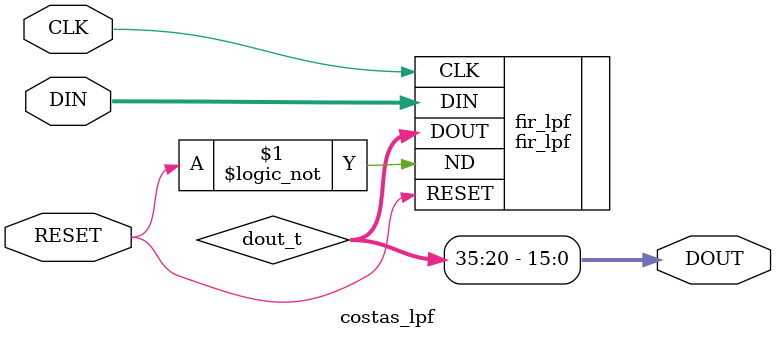
<source format=v>
`timescale 1ns / 1ps
module costas_lpf(CLK, RESET, DIN, DOUT);
input CLK;
input RESET;
input [15:0] DIN;
output [15:0] DOUT;

wire [35:0] dout_t;
fir_lpf fir_lpf(
   .CLK(CLK),
   .RESET(RESET),
   .ND(!RESET),
   .DIN(DIN),
   .DOUT(dout_t)
   ); 
	
assign DOUT = dout_t[35:20];

endmodule

</source>
